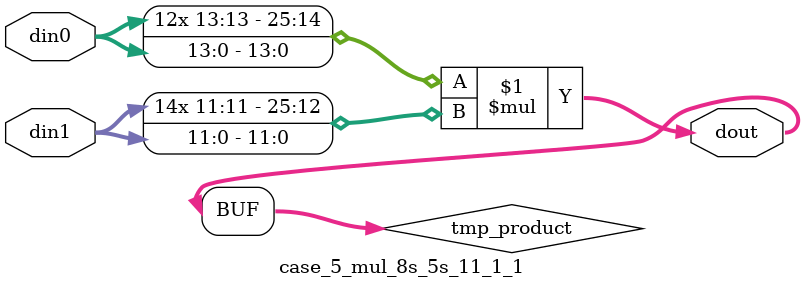
<source format=v>

`timescale 1 ns / 1 ps

 module case_5_mul_8s_5s_11_1_1(din0, din1, dout);
parameter ID = 1;
parameter NUM_STAGE = 0;
parameter din0_WIDTH = 14;
parameter din1_WIDTH = 12;
parameter dout_WIDTH = 26;

input [din0_WIDTH - 1 : 0] din0; 
input [din1_WIDTH - 1 : 0] din1; 
output [dout_WIDTH - 1 : 0] dout;

wire signed [dout_WIDTH - 1 : 0] tmp_product;



























assign tmp_product = $signed(din0) * $signed(din1);








assign dout = tmp_product;





















endmodule

</source>
